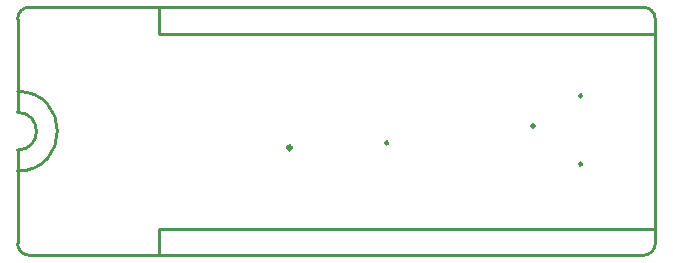
<source format=gbr>
%TF.GenerationSoftware,KiCad,Pcbnew,9.0.0*%
%TF.CreationDate,2025-03-14T22:24:00-04:00*%
%TF.ProjectId,teensy,7465656e-7379-42e6-9b69-6361645f7063,rev?*%
%TF.SameCoordinates,Original*%
%TF.FileFunction,Other,Comment*%
%FSLAX46Y46*%
G04 Gerber Fmt 4.6, Leading zero omitted, Abs format (unit mm)*
G04 Created by KiCad (PCBNEW 9.0.0) date 2025-03-14 22:24:00*
%MOMM*%
%LPD*%
G01*
G04 APERTURE LIST*
%ADD10C,0.250000*%
%ADD11C,0.300000*%
G04 APERTURE END LIST*
D10*
X126000000Y-98625000D02*
G75*
G02*
X126000000Y-105375000I0J-3375000D01*
G01*
X179000001Y-91500000D02*
G75*
G02*
X180000000Y-92499998I-1J-1000000D01*
G01*
X180000000Y-111500001D02*
X180000000Y-92499998D01*
X180000000Y-111500001D02*
G75*
G02*
X179000001Y-112500000I-1000000J1D01*
G01*
X126000000Y-103599999D02*
X126000000Y-111500000D01*
X180000000Y-93750000D02*
X138000000Y-93750000D01*
X179000001Y-91500000D02*
X127000000Y-91500000D01*
X127000000Y-112500000D02*
X179000001Y-112500000D01*
X126000000Y-92500000D02*
G75*
G02*
X127000000Y-91500000I1000000J0D01*
G01*
X138000000Y-112500000D02*
X138000000Y-110250000D01*
X126000000Y-92500000D02*
X126000000Y-100400001D01*
X138000000Y-93750000D02*
X138000000Y-91500000D01*
X127000000Y-112500000D02*
G75*
G02*
X126000000Y-111500000I0J1000000D01*
G01*
X126000000Y-100400001D02*
G75*
G02*
X126000000Y-103599999I0J-1599999D01*
G01*
X138000000Y-110250000D02*
X180000000Y-110250000D01*
%TO.C,U3*%
X157380000Y-103000000D02*
G75*
G02*
X157120000Y-103000000I-130000J0D01*
G01*
X157120000Y-103000000D02*
G75*
G02*
X157380000Y-103000000I130000J0D01*
G01*
D11*
%TO.C,U7*%
X149181072Y-103399686D02*
G75*
G02*
X148881072Y-103399686I-150000J0D01*
G01*
X148881072Y-103399686D02*
G75*
G02*
X149181072Y-103399686I150000J0D01*
G01*
D10*
%TO.C,U6*%
X169771559Y-101552966D02*
G75*
G02*
X169511559Y-101552966I-130000J0D01*
G01*
X169511559Y-101552966D02*
G75*
G02*
X169771559Y-101552966I130000J0D01*
G01*
%TO.C,U2*%
X173790000Y-99010000D02*
G75*
G02*
X173550000Y-99010000I-120000J0D01*
G01*
X173550000Y-99010000D02*
G75*
G02*
X173790000Y-99010000I120000J0D01*
G01*
X173790000Y-104790000D02*
G75*
G02*
X173550000Y-104790000I-120000J0D01*
G01*
X173550000Y-104790000D02*
G75*
G02*
X173790000Y-104790000I120000J0D01*
G01*
%TD*%
M02*

</source>
